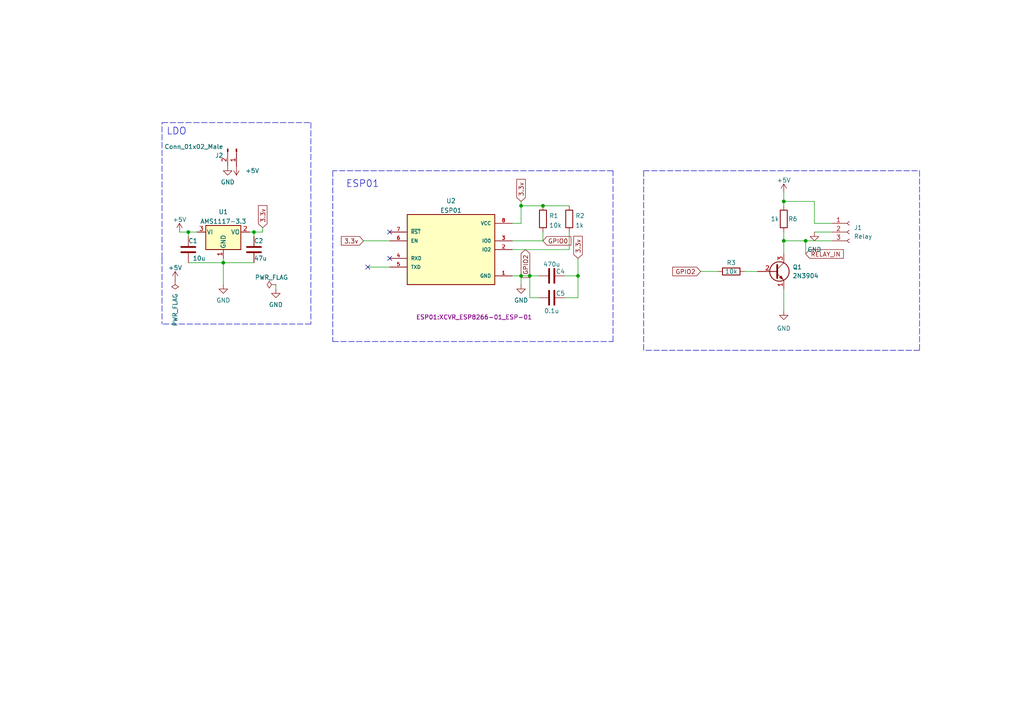
<source format=kicad_sch>
(kicad_sch (version 20211123) (generator eeschema)
  (paper "A4")
  (title_block (title "ESP01 Porch Light") (date "2022-03-12") (rev "0.1") (company "Amitesh Singh"))
  (lib_symbols
    (symbol "Connector:Conn_01x02_Male" (pin_names (offset 1.016) hide)
      (property "Reference" "J" (at 0 2.54 0))
      (property "Value" "Conn_01x02_Male" (at 0 -5.08 0))
      (symbol "Conn_01x02_Male_1_1"
        (polyline (pts (xy 1.27 -2.54) (xy 0.8636 -2.54)) (stroke (width 0.1524)))
        (polyline (pts (xy 1.27 0) (xy 0.8636 0)) (stroke (width 0.1524)))
        (rectangle (start 0.8636 -2.413) (end 0 -2.667) (stroke (width 0.1524)) (fill (type outline)))
        (rectangle (start 0.8636 0.127) (end 0 -0.127) (stroke (width 0.1524)) (fill (type outline)))
        (pin passive line (at 5.08 0 180) (length 3.81) (name "Pin_1") (number "1"))
        (pin passive line (at 5.08 -2.54 180) (length 3.81) (name "Pin_2") (number "2"))
      )
    )
    (symbol "Connector:Conn_01x03_Female" (pin_names (offset 1.016) hide)
      (property "Reference" "J" (at 0 5.08 0))
      (property "Value" "Conn_01x03_Female" (at 0 -5.08 0))
      (symbol "Conn_01x03_Female_1_1"
        (arc (start 0 -2.032) (mid -0.508 -2.54) (end 0 -3.048) (stroke (width 0.1524)))
        (polyline (pts (xy -1.27 -2.54) (xy -0.508 -2.54)) (stroke (width 0.1524)))
        (polyline (pts (xy -1.27 0) (xy -0.508 0)) (stroke (width 0.1524)))
        (polyline (pts (xy -1.27 2.54) (xy -0.508 2.54)) (stroke (width 0.1524)))
        (arc (start 0 0.508) (mid -0.508 0) (end 0 -0.508) (stroke (width 0.1524)))
        (arc (start 0 3.048) (mid -0.508 2.54) (end 0 2.032) (stroke (width 0.1524)))
        (pin passive line (at -5.08 2.54 0) (length 3.81) (name "Pin_1") (number "1"))
        (pin passive line (at -5.08 0 0) (length 3.81) (name "Pin_2") (number "2"))
        (pin passive line (at -5.08 -2.54 0) (length 3.81) (name "Pin_3") (number "3"))
      )
    )
    (symbol "Device:C" (pin_numbers hide) (pin_names (offset 0.254))
      (property "Reference" "C" (at 0.635 2.54 0))
      (property "Value" "C" (at 0.635 -2.54 0))
      (symbol "C_0_1"
        (polyline (pts (xy -2.032 -0.762) (xy 2.032 -0.762)) (stroke (width 0.508)))
        (polyline (pts (xy -2.032 0.762) (xy 2.032 0.762)) (stroke (width 0.508)))
      )
      (symbol "C_1_1"
        (pin passive line (at 0 3.81 270) (length 2.794) (name "~") (number "1"))
        (pin passive line (at 0 -3.81 90) (length 2.794) (name "~") (number "2"))
      )
    )
    (symbol "Device:R" (pin_numbers hide) (pin_names (offset 0))
      (property "Reference" "R" (at 2.032 0 90))
      (property "Value" "R" (at 0 0 90))
      (symbol "R_0_1"
        (rectangle (start -1.016 -2.54) (end 1.016 2.54) (stroke (width 0.254)))
      )
      (symbol "R_1_1"
        (pin passive line (at 0 3.81 270) (length 1.27) (name "~") (number "1"))
        (pin passive line (at 0 -3.81 90) (length 1.27) (name "~") (number "2"))
      )
    )
    (symbol "Regulator_Linear:AMS1117-3.3" (pin_names (offset 0.254))
      (property "Reference" "U" (at -3.81 3.175 0))
      (property "Value" "AMS1117-3.3" (at 0 3.175 0))
      (symbol "AMS1117-3.3_0_1"
        (rectangle (start -5.08 -5.08) (end 5.08 1.905) (stroke (width 0.254)) (fill (type background)))
      )
      (symbol "AMS1117-3.3_1_1"
        (pin power_in line (at 0 -7.62 90) (length 2.54) (name "GND") (number "1"))
        (pin power_out line (at 7.62 0 180) (length 2.54) (name "VO") (number "2"))
        (pin power_in line (at -7.62 0 0) (length 2.54) (name "VI") (number "3"))
      )
    )
    (symbol "Transistor_BJT:2N3904" (pin_names (offset 0) hide)
      (property "Reference" "Q" (at 5.08 1.905 0))
      (property "Value" "2N3904" (at 5.08 0 0))
      (symbol "2N3904_0_1"
        (polyline (pts (xy 0.635 0.635) (xy 2.54 2.54)))
        (polyline (pts (xy 0.635 -0.635) (xy 2.54 -2.54) (xy 2.54 -2.54)))
        (polyline (pts (xy 0.635 1.905) (xy 0.635 -1.905) (xy 0.635 -1.905)) (stroke (width 0.508)))
        (polyline (pts (xy 1.27 -1.778) (xy 1.778 -1.27) (xy 2.286 -2.286) (xy 1.27 -1.778) (xy 1.27 -1.778)) (fill (type outline)))
        (circle (center 1.27 0) (radius 2.8194) (stroke (width 0.254)))
      )
      (symbol "2N3904_1_1"
        (pin passive line (at 2.54 -5.08 90) (length 2.54) (name "E") (number "1"))
        (pin passive line (at -5.08 0 0) (length 5.715) (name "B") (number "2"))
        (pin passive line (at 2.54 5.08 270) (length 2.54) (name "C") (number "3"))
      )
    )
    (symbol "my_esp01:ESP01" (pin_names (offset 1.016))
      (property "Reference" "U" (at -12.7 10.668 0))
      (property "Value" "ESP01" (at -3.81 -12.7 0))
      (symbol "ESP01_0_0"
        (rectangle (start -12.7 -10.16) (end 12.7 10.16) (stroke (width 0.254)) (fill (type background)))
        (pin power_in line (at 17.78 -7.62 180) (length 5.08) (name "GND") (number "1"))
        (pin bidirectional line (at 17.78 0 180) (length 5.08) (name "IO2") (number "2"))
        (pin bidirectional line (at 17.78 2.54 180) (length 5.08) (name "IO0") (number "3"))
        (pin input line (at -17.78 -2.54 0) (length 5.08) (name "RXD") (number "4"))
        (pin output line (at -17.78 -5.08 0) (length 5.08) (name "TXD") (number "5"))
        (pin input line (at -17.78 2.54 0) (length 5.08) (name "EN") (number "6"))
        (pin input line (at -17.78 5.08 0) (length 5.08) (name "~{RST}") (number "7"))
        (pin power_in line (at 17.78 7.62 180) (length 5.08) (name "VCC") (number "8"))
      )
    )
    (symbol "power:+5V" (power) (pin_names (offset 0))
      (property "Value" "+5V" (at 0 3.556 0))
      (symbol "+5V_0_1"
        (polyline (pts (xy -0.762 1.27) (xy 0 2.54)))
        (polyline (pts (xy 0 0) (xy 0 2.54)))
        (polyline (pts (xy 0 2.54) (xy 0.762 1.27)))
      )
      (symbol "+5V_1_1"
        (pin power_in line (at 0 0 90) (length 0) hide (name "+5V") (number "1"))
      )
    )
    (symbol "power:GND" (power) (pin_names (offset 0))
      (property "Value" "GND" (at 0 -3.81 0))
      (symbol "GND_0_1"
        (polyline (pts (xy 0 0) (xy 0 -1.27) (xy 1.27 -1.27) (xy 0 -2.54) (xy -1.27 -1.27) (xy 0 -1.27)))
      )
      (symbol "GND_1_1"
        (pin power_in line (at 0 0 270) (length 0) hide (name "GND") (number "1"))
      )
    )
    (symbol "power:PWR_FLAG" (power) (pin_numbers hide) (pin_names (offset 0) hide)
      (property "Value" "PWR_FLAG" (at 0 3.81 0))
      (symbol "PWR_FLAG_0_0"
        (pin power_out line (at 0 0 90) (length 0) (name "pwr") (number "1"))
      )
      (symbol "PWR_FLAG_0_1"
        (polyline (pts (xy 0 0) (xy 0 1.27) (xy -1.016 1.905) (xy 0 2.54) (xy 1.016 1.905) (xy 0 1.27)))
      )
    )
  )
  (junction (at 157.48 59.69))
  (junction (at 151.13 80.01))
  (junction (at 233.68 69.85))
  (junction (at 73.66 67.31))
  (junction (at 64.77 76.2))
  (junction (at 167.64 80.01))
  (junction (at 151.13 59.69))
  (junction (at 54.61 67.31))
  (junction (at 153.67 80.01))
  (junction (at 227.33 58.42))
  (junction (at 227.33 69.85))
  (no_connect (at 113.03 67.31))
  (no_connect (at 113.03 74.93))
  (no_connect (at 106.68 77.47))
  (wire (pts (xy 73.66 67.31) (xy 73.66 68.58)))
  (wire (pts (xy 153.67 80.01) (xy 153.67 86.36)))
  (polyline (pts (xy 266.7 101.6) (xy 186.69 101.6)))
  (wire (pts (xy 105.41 69.85) (xy 113.03 69.85)))
  (polyline (pts (xy 177.8 49.53) (xy 96.52 49.53)))
  (wire (pts (xy 64.77 76.2) (xy 73.66 76.2)))
  (wire (pts (xy 151.13 58.42) (xy 151.13 59.69)))
  (wire (pts (xy 227.33 83.82) (xy 227.33 90.17)))
  (wire (pts (xy 80.01 82.55) (xy 80.01 83.82)))
  (wire (pts (xy 233.68 69.85) (xy 241.3 69.85)))
  (wire (pts (xy 153.67 86.36) (xy 156.21 86.36)))
  (wire (pts (xy 157.48 59.69) (xy 165.1 59.69)))
  (wire (pts (xy 76.2 66.04) (xy 76.2 67.31)))
  (wire (pts (xy 151.13 80.01) (xy 151.13 82.55)))
  (wire (pts (xy 236.22 58.42) (xy 236.22 64.77)))
  (wire (pts (xy 227.33 69.85) (xy 227.33 73.66)))
  (wire (pts (xy 157.48 69.85) (xy 157.48 67.31)))
  (wire (pts (xy 148.59 64.77) (xy 151.13 64.77)))
  (wire (pts (xy 167.64 74.93) (xy 167.64 80.01)))
  (polyline (pts (xy 90.17 74.93) (xy 90.17 93.98)))
  (wire (pts (xy 64.77 74.93) (xy 64.77 76.2)))
  (polyline (pts (xy 90.17 35.56) (xy 90.17 74.93)))
  (wire (pts (xy 227.33 69.85) (xy 233.68 69.85)))
  (polyline (pts (xy 266.7 49.53) (xy 266.7 101.6)))
  (wire (pts (xy 163.83 86.36) (xy 167.64 86.36)))
  (polyline (pts (xy 90.17 93.98) (xy 46.99 93.98)))
  (polyline (pts (xy 186.69 49.53) (xy 186.69 101.6)))
  (polyline (pts (xy 46.99 35.56) (xy 90.17 35.56)))
  (wire (pts (xy 236.22 67.31) (xy 241.3 67.31)))
  (wire (pts (xy 151.13 59.69) (xy 151.13 64.77)))
  (polyline (pts (xy 177.8 99.06) (xy 177.8 49.53)))
  (wire (pts (xy 151.13 80.01) (xy 153.67 80.01)))
  (wire (pts (xy 165.1 72.39) (xy 165.1 67.31)))
  (wire (pts (xy 163.83 80.01) (xy 167.64 80.01)))
  (wire (pts (xy 227.33 58.42) (xy 227.33 59.69)))
  (wire (pts (xy 203.2 78.74) (xy 208.28 78.74)))
  (wire (pts (xy 54.61 76.2) (xy 64.77 76.2)))
  (wire (pts (xy 148.59 72.39) (xy 165.1 72.39)))
  (polyline (pts (xy 96.52 49.53) (xy 96.52 52.07)))
  (wire (pts (xy 64.77 76.2) (xy 64.77 82.55)))
  (wire (pts (xy 151.13 59.69) (xy 157.48 59.69)))
  (wire (pts (xy 233.68 73.66) (xy 233.68 69.85)))
  (wire (pts (xy 106.68 77.47) (xy 113.03 77.47)))
  (wire (pts (xy 153.67 80.01) (xy 156.21 80.01)))
  (wire (pts (xy 227.33 67.31) (xy 227.33 69.85)))
  (wire (pts (xy 54.61 67.31) (xy 54.61 68.58)))
  (wire (pts (xy 72.39 67.31) (xy 73.66 67.31)))
  (wire (pts (xy 167.64 86.36) (xy 167.64 80.01)))
  (polyline (pts (xy 96.52 99.06) (xy 177.8 99.06)))
  (polyline (pts (xy 186.69 49.53) (xy 266.7 49.53)))
  (wire (pts (xy 54.61 67.31) (xy 57.15 67.31)))
  (polyline (pts (xy 46.99 74.93) (xy 46.99 35.56)))
  (wire (pts (xy 236.22 64.77) (xy 241.3 64.77)))
  (wire (pts (xy 215.9 78.74) (xy 219.71 78.74)))
  (wire (pts (xy 148.59 69.85) (xy 157.48 69.85)))
  (polyline (pts (xy 96.52 52.07) (xy 96.52 99.06)))
  (wire (pts (xy 73.66 67.31) (xy 76.2 67.31)))
  (wire (pts (xy 227.33 58.42) (xy 236.22 58.42)))
  (wire (pts (xy 227.33 55.88) (xy 227.33 58.42)))
  (wire (pts (xy 52.07 67.31) (xy 54.61 67.31)))
  (polyline (pts (xy 46.99 74.93) (xy 46.99 93.98)))
  (wire (pts (xy 148.59 80.01) (xy 151.13 80.01)))
  (text "ESP01\n" (at 100.33 54.61 0) (effects (font (size 2 2)) (justify left bottom)))
  (text "LDO" (at 48.26 39.37 0) (effects (font (size 2 2)) (justify left bottom)))
  (global_label "GPIO2" (shape input) (at 203.2 78.74 180) (property "Intersheet References" "${INTERSHEET_REFS}" (effects hide)))
  (global_label "GPIO2" (shape input) (at 152.4 72.39 270) (property "Intersheet References" "${INTERSHEET_REFS}" (effects hide)))
  (global_label "3.3v" (shape input) (at 151.13 58.42 90) (property "Intersheet References" "${INTERSHEET_REFS}" (effects hide)))
  (global_label "3.3v" (shape input) (at 167.64 74.93 90) (property "Intersheet References" "${INTERSHEET_REFS}" (effects hide)))
  (global_label "GPIO0" (shape input) (at 157.48 69.85 0) (property "Intersheet References" "${INTERSHEET_REFS}" (effects hide)))
  (global_label "3.3v" (shape input) (at 105.41 69.85 180) (property "Intersheet References" "${INTERSHEET_REFS}" (effects hide)))
  (global_label "RELAY_IN" (shape input) (at 233.68 73.66 0) (property "Intersheet References" "${INTERSHEET_REFS}" (effects hide)))
  (global_label "3.3v" (shape input) (at 76.2 66.04 90) (property "Intersheet References" "${INTERSHEET_REFS}" (effects hide)))
  (symbol (lib_id "Device:C") (at 160.02 80.01 270) (unit 1)
    (property "Reference" "C4" (at 162.56 78.74 90))
    (property "Value" "470u" (at 160.02 76.6596 90))
    (property "Footprint" "Capacitor_THT:C_Radial_D10.0mm_H20.0mm_P5.00mm" (effects hide))
  )
  (symbol (lib_id "Connector:Conn_01x03_Female") (at 246.38 67.31 0) (unit 1)
    (property "Reference" "J1" (at 247.65 66.0399 0) (effects (justify left)))
    (property "Value" "Relay" (at 247.65 68.5799 0) (effects (justify left)))
    (property "Footprint" "Connector_PinSocket_2.54mm:PinSocket_1x03_P2.54mm_Vertical" (effects hide))
  )
  (symbol (lib_id "Device:C") (at 160.02 86.36 270) (unit 1)
    (property "Reference" "C5" (at 162.56 85.09 90))
    (property "Value" "0.1u" (at 160.02 90.17 90))
    (property "Footprint" "Capacitor_SMD:C_0805_2012Metric_Pad1.18x1.45mm_HandSolder" (effects hide))
  )
  (symbol (lib_id "power:+5V") (at 50.8 81.28 0) (unit 1)
    (property "Reference" "#PWR01" (effects hide))
    (property "Value" "+5V" (at 50.8 77.6755 0))
  )
  (symbol (lib_id "Device:C") (at 54.61 72.39 0) (unit 1)
    (property "Reference" "C1" (at 54.61 69.85 0) (effects (justify left)))
    (property "Value" "10u" (at 55.88 74.93 0) (effects (justify left)))
    (property "Footprint" "Capacitor_SMD:C_0805_2012Metric_Pad1.18x1.45mm_HandSolder" (effects hide))
  )
  (symbol (lib_id "power:+5V") (at 227.33 55.88 0) (unit 1)
    (property "Reference" "#PWR08" (effects hide))
    (property "Value" "+5V" (at 227.33 52.2755 0))
  )
  (symbol (lib_id "power:PWR_FLAG") (at 80.01 82.55 90) (unit 1)
    (property "Reference" "#FLG02" (effects hide))
    (property "Value" "PWR_FLAG" (at 78.74 80.4695 90))
  )
  (symbol (lib_id "power:GND") (at 64.77 82.55 0) (unit 1)
    (property "Reference" "#PWR03" (effects hide))
    (property "Value" "GND" (at 64.77 87.1125 0))
  )
  (symbol (lib_id "power:GND") (at 227.33 90.17 0) (unit 1)
    (property "Reference" "#PWR07" (effects hide))
    (property "Value" "GND" (at 227.33 95.25 0))
  )
  (symbol (lib_id "Device:R") (at 227.33 63.5 180) (unit 1)
    (property "Reference" "R6" (at 228.6 63.5 0) (effects (justify right)))
    (property "Value" "1k" (at 223.52 63.5 0) (effects (justify right)))
    (property "Footprint" "Resistor_SMD:R_0805_2012Metric_Pad1.20x1.40mm_HandSolder" (effects hide))
  )
  (symbol (lib_id "power:GND") (at 236.22 67.31 0) (unit 1)
    (property "Reference" "#PWR0101" (effects hide))
    (property "Value" "GND" (at 236.22 72.39 0))
  )
  (symbol (lib_id "power:GND") (at 151.13 82.55 0) (unit 1)
    (property "Reference" "#PWR06" (effects hide))
    (property "Value" "GND" (at 151.13 87.1125 0))
  )
  (symbol (lib_id "Device:R") (at 157.48 63.5 180) (unit 1)
    (property "Reference" "R1" (at 159.258 62.5915 0) (effects (justify right)))
    (property "Value" "10k" (at 159.258 65.3666 0) (effects (justify right)))
    (property "Footprint" "Resistor_SMD:R_0805_2012Metric_Pad1.20x1.40mm_HandSolder" (effects hide))
  )
  (symbol (lib_id "Device:R") (at 212.09 78.74 90) (unit 1)
    (property "Reference" "R3" (at 212.09 76.2 90))
    (property "Value" "10k" (at 212.09 78.74 90))
    (property "Footprint" "Resistor_SMD:R_0805_2012Metric_Pad1.20x1.40mm_HandSolder" (effects hide))
  )
  (symbol (lib_id "Device:C") (at 73.66 72.39 0) (unit 1)
    (property "Reference" "C2" (at 73.66 69.85 0) (effects (justify left)))
    (property "Value" "47u" (at 73.66 74.93 0) (effects (justify left)))
    (property "Footprint" "Capacitor_SMD:C_0805_2012Metric_Pad1.18x1.45mm_HandSolder" (effects hide))
  )
  (symbol (lib_id "Regulator_Linear:AMS1117-3.3") (at 64.77 67.31 0) (unit 1)
    (property "Reference" "U1" (at 64.77 61.4385 0))
    (property "Value" "AMS1117-3.3" (at 64.77 64.2136 0))
    (property "Footprint" "Package_TO_SOT_SMD:SOT-223-3_TabPin2" (effects hide))
    (property "Datasheet" "http://www.advanced-monolithic.com/pdf/ds1117.pdf" (effects hide))
  )
  (symbol (lib_id "Connector:Conn_01x02_Male") (at 68.58 43.18 270) (unit 1)
    (property "Reference" "J2" (at 64.77 45.0851 90) (effects (justify right)))
    (property "Value" "Conn_01x02_Male" (at 64.77 42.5451 90) (effects (justify right)))
    (property "Footprint" "Connector_PinSocket_2.54mm:PinSocket_1x02_P2.54mm_Vertical" (effects hide))
  )
  (symbol (lib_id "power:+5V") (at 52.07 67.31 0) (unit 1)
    (property "Reference" "#PWR02" (effects hide))
    (property "Value" "+5V" (at 52.07 63.7055 0))
  )
  (symbol (lib_id "power:+5V") (at 68.58 48.26 180) (unit 1)
    (property "Reference" "#PWR09" (effects hide))
    (property "Value" "+5V" (at 71.12 49.5299 0) (effects (justify right)))
  )
  (symbol (lib_id "power:GND") (at 66.04 48.26 0) (unit 1)
    (property "Reference" "#PWR05" (effects hide))
    (property "Value" "GND" (at 66.04 52.8225 0))
  )
  (symbol (lib_id "Device:R") (at 165.1 63.5 180) (unit 1)
    (property "Reference" "R2" (at 166.878 62.5915 0) (effects (justify right)))
    (property "Value" "1k" (at 166.878 65.3666 0) (effects (justify right)))
    (property "Footprint" "Resistor_SMD:R_0805_2012Metric_Pad1.20x1.40mm_HandSolder" (effects hide))
  )
  (symbol (lib_id "power:GND") (at 80.01 83.82 0) (unit 1)
    (property "Reference" "#PWR04" (effects hide))
    (property "Value" "GND" (at 80.01 88.3825 0))
  )
  (symbol (lib_id "my_esp01:ESP01") (at 130.81 72.39 0) (unit 1)
    (property "Reference" "U2" (at 130.81 58.2635 0))
    (property "Value" "ESP01" (at 130.81 61.0386 0))
    (property "Footprint" "ESP01:XCVR_ESP8266-01_ESP-01" (at 120.65 92.71 0) (effects (justify left bottom)))
    (property "PARTREV" "V1.2" (effects hide))
    (property "STANDARD" "Manufacturer recommendations or IPC 7351B" (effects hide))
    (property "MAXIMUM_PACKAGE_HEIGHT" "11.2 mm" (effects hide))
    (property "MANUFACTURER" "ESPRESSIF" (effects hide))
  )
  (symbol (lib_id "power:PWR_FLAG") (at 50.8 81.28 180) (unit 1)
    (property "Reference" "#FLG01" (effects hide))
    (property "Value" "PWR_FLAG" (at 50.8 85.09 90) (effects (justify left)))
  )
  (symbol (lib_id "Transistor_BJT:2N3904") (at 224.79 78.74 0) (unit 1)
    (property "Reference" "Q1" (at 229.87 77.4699 0) (effects (justify left)))
    (property "Value" "2N3904" (at 229.87 80.0099 0) (effects (justify left)))
    (property "Footprint" "Package_TO_SOT_THT:TO-92_Wide" (effects hide))
    (property "Datasheet" "https://www.onsemi.com/pub/Collateral/2N3903-D.PDF" (effects hide))
  )
)
</source>
